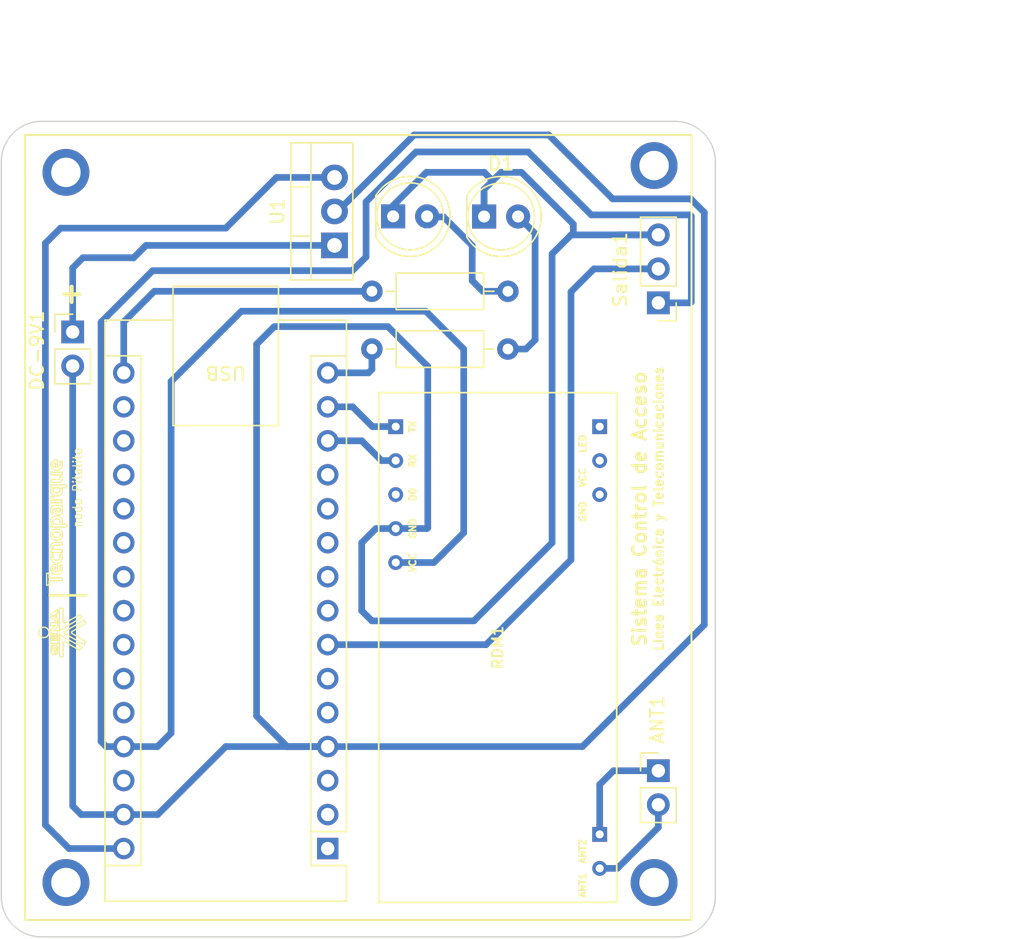
<source format=kicad_pcb>
(kicad_pcb (version 20221018) (generator pcbnew)
  (layers (0 "F.Cu" signal) (31 "B.Cu" signal) (34 "B.Paste" user) (35 "F.Paste" user) (36 "B.SilkS" user "B.Silkscreen") (37 "F.SilkS" user "F.Silkscreen") (38 "B.Mask" user) (39 "F.Mask" user) (44 "Edge.Cuts" user))
  (net 0 "")
  (net 4 "GND")
  (net 5 "LED-ON")
  (net 6 "LED-OFF")
  (net 7 "OUT")
  (net 11 "3V3")
  (net 21 "+5V")
  (net 23 "VIN")
  (net 24 "Net-(D1-A)")
  (net 25 "Net-(D2-A)")
  (net 30 "RX-SERIAL")
  (net 31 "TX-SERIAL")
  (net 36 "Net-(ANT1-Pin_2)")
  (net 37 "Net-(ANT1-Pin_1)")
  (net 38 "Net-(DC-9V1-Pin_1)")
  (footprint "Connector_PinHeader_2.54mm:PinHeader_1x02_P2.54mm_Vertical" (layer "F.Cu") (at 242.125 84.1)
    (fp_text reference "ANT1")
    (fp_text value "Conn_01x02_Pin" hide)
  )
  (footprint "LED_THT:LED_D5.0mm" (layer "F.Cu") (at 222.31 42.66)
    (fp_text reference "D2" hide)
    (fp_text value "LED" hide)
  )
  (footprint "" (layer "F.Cu") (at 197.866 92.456)
    (fp_text reference "" hide)
    (fp_text value "" hide)
  )
  (footprint "LED_THT:LED_D5.0mm" (layer "F.Cu") (at 229.108 42.672)
    (fp_text reference "D1")
    (fp_text value "LED" hide)
  )
  (footprint "" (layer "F.Cu") (at 197.866 39.37)
    (fp_text reference "")
    (fp_text value "")
  )
  (footprint "Module:Arduino_Nano" (layer "F.Cu") (at 217.424 89.916 180)
    (fp_text reference "A1" hide)
    (fp_text value "Arduino_Nano_33_IoT")
  )
  (footprint "RDM6300:RDM6300" (layer "F.Cu") (at 230.124 74.8875 90)
    (fp_text reference "RDM1")
    (fp_text value "RDM6300")
  )
  (footprint "Resistor_THT:R_Axial_DIN0207_L6.3mm_D2.5mm_P10.16mm_Horizontal" (layer "F.Cu") (at 230.886 48.26 180)
    (fp_text reference "R1" hide)
    (fp_text value "220ohm" hide)
  )
  (footprint "Package_TO_SOT_THT:TO-220-3_Vertical" (layer "F.Cu") (at 217.932 44.83 90)
    (fp_text reference "U1")
    (fp_text value "LM7805_TO220")
  )
  (footprint "Connector_PinHeader_2.54mm:PinHeader_1x03_P2.54mm_Vertical" (layer "F.Cu") (at 242.125 49.125 180)
    (fp_text reference "Salida1")
    (fp_text value "Conn_01x03" hide)
  )
  (footprint "Resistor_THT:R_Axial_DIN0207_L6.3mm_D2.5mm_P10.16mm_Horizontal" (layer "F.Cu") (at 220.726 52.578)
    (fp_text reference "R2" hide)
    (fp_text value "220ohm" hide)
  )
  (footprint "Connector_PinHeader_2.54mm:PinHeader_1x02_P2.54mm_Vertical" (layer "F.Cu") (at 198.37 51.303)
    (fp_text reference "DC-9V1")
    (fp_text value "Conn_01x02_Pin" hide)
  )
  (footprint "" (layer "F.Cu") (at 241.808 38.862)
    (fp_text reference "")
    (fp_text value "")
  )
  (footprint "" (layer "F.Cu") (at 241.808 92.456)
    (fp_text reference "")
    (fp_text value "")
  )
  (gr_line (start 197.790686 73.065196) (end 198.879764 72.432054) (stroke (width 0.1)) (layer "F.SilkS"))
  (gr_curve (pts (xy 197.096748 75.17484) (xy 197.116842 75.17484) (xy 197.131748 75.163257) (xy 197.141694 75.140357)) (stroke (width 0.1)) (layer "F.SilkS"))
  (gr_curve (pts (xy 197.024998 64.474863) (xy 196.969792 64.474863) (xy 196.878037 64.497224) (xy 196.878037 64.645876)) (stroke (width 0.1)) (layer "F.SilkS"))
  (gr_curve (pts (xy 197.356936 64.97437) (xy 197.146109 64.97437) (xy 197.037185 64.785758) (xy 197.038905 64.474863)) (stroke (width 0.1)) (layer "F.SilkS"))
  (gr_curve (pts (xy 197.173712 66.886291) (xy 196.897128 66.886291) (xy 196.727723 66.704729) (xy 196.727723 66.450706)) (stroke (width 0.1)) (layer "F.SilkS"))
  (gr_curve (pts (xy 197.156313 75.033497) (xy 197.156313 74.996918) (xy 197.152328 74.968311) (xy 197.144389 74.947676)) (stroke (width 0.1)) (layer "F.SilkS"))
  (gr_curve (pts (xy 197.607692 64.7098) (xy 197.607692 64.879321) (xy 197.48498 64.97437) (xy 197.356936 64.97437)) (stroke (width 0.1)) (layer "F.SilkS"))
  (gr_line (start 196.746755 65.899199) (end 196.746755 65.712483) (stroke (width 0.1)) (layer "F.SilkS"))
  (gr_line (start 197.381013 71.951408) (end 197.649198 71.951408) (stroke (width 0.1)) (layer "F.SilkS"))
  (gr_curve (pts (xy 197.113144 67.237028) (xy 196.992212 67.237028) (xy 196.900538 67.282142) (xy 196.900538 67.39795)) (stroke (width 0.1)) (layer "F.SilkS"))
  (gr_line (start 196.620834 70.98932) (end 199.430092 70.98932) (stroke (width 0.1)) (layer "F.SilkS"))
  (gr_curve (pts (xy 196.926539 67.945841) (xy 196.909285 67.980583) (xy 196.893658 68.030576) (xy 196.893658 68.106592)) (stroke (width 0.1)) (layer "F.SilkS"))
  (gr_curve (pts (xy 197.445222 68.976157) (xy 197.445222 68.877609) (xy 197.429714 68.808466) (xy 197.407127 68.742829)) (stroke (width 0.1)) (layer "F.SilkS"))
  (gr_curve (pts (xy 196.828795 75.046253) (xy 196.828795 75.078957) (xy 196.831977 75.104271) (xy 196.838482 75.122241)) (stroke (width 0.1)) (layer "F.SilkS"))
  (gr_line (start 196.620856 70.937662) (end 196.620856 71.041028) (stroke (width 0.1)) (layer "F.SilkS"))
  (gr_line (start 196.872824 67.598426) (end 196.872824 67.593214) (stroke (width 0.1)) (layer "F.SilkS"))
  (gr_curve (pts (xy 195.820981 73.758987) (xy 195.820981 73.545155) (xy 195.996321 73.371042) (xy 196.211474 73.371042)) (stroke (width 0.1)) (layer "F.SilkS"))
  (gr_curve (pts (xy 196.900538 67.39795) (xy 196.900538 67.482684) (xy 196.96111 67.541389) (xy 197.024998 67.563861)) (stroke (width 0.1)) (layer "F.SilkS"))
  (gr_line (start 197.680929 74.480069) (end 197.663931 74.513836) (stroke (width 0.1)) (layer "F.SilkS"))
  (gr_line (start 196.928376 74.349304) (end 196.928376 73.993636) (stroke (width 0.1)) (layer "F.SilkS"))
  (gr_line (start 197.382991 73.915382) (end 199.076254 74.888396) (stroke (width 0.1)) (layer "F.SilkS"))
  (gr_curve (pts (xy 196.895408 65.480928) (xy 196.895408 65.569044) (xy 196.95939 65.650221) (xy 197.052719 65.672692)) (stroke (width 0.1)) (layer "F.SilkS"))
  (gr_line (start 199.076254 74.888396) (end 198.882 75.095154) (stroke (width 0.1)) (layer "F.SilkS"))
  (gr_curve (pts (xy 197.018124 64.072013) (xy 196.904066 64.072013) (xy 196.820999 64.073675) (xy 196.746755 64.078835)) (stroke (width 0.1)) (layer "F.SilkS"))
  (gr_line (start 196.601514 69.894164) (end 196.601514 70.22621) (stroke (width 0.1)) (layer "F.SilkS"))
  (gr_curve (pts (xy 196.601743 73.758987) (xy 196.601743 73.972942) (xy 196.426403 74.147219) (xy 196.211474 74.147219)) (stroke (width 0.1)) (layer "F.SilkS"))
  (gr_curve (pts (xy 197.219719 75.318849) (xy 197.192545 75.373028) (xy 197.148831 75.400231) (xy 197.088636 75.400231)) (stroke (width 0.1)) (layer "F.SilkS"))
  (gr_line (start 196.734515 73.964571) (end 196.84599 73.964571) (stroke (width 0.1)) (layer "F.SilkS"))
  (gr_line (start 196.734515 73.025066) (end 197.25188 73.025066) (stroke (width 0.1)) (layer "F.SilkS"))
  (gr_curve (pts (xy 197.087346 63.853996) (xy 197.106322 63.857665) (xy 197.128709 63.859209) (xy 197.151268 63.859209)) (stroke (width 0.1)) (layer "F.SilkS"))
  (gr_line (start 199.340913 74.438794) (end 198.33061 73.840569) (stroke (width 0.1)) (layer "F.SilkS"))
  (gr_line (start 196.746755 61.99579) (end 196.746755 61.783103) (stroke (width 0.1)) (layer "F.SilkS"))
  (gr_line (start 199.068458 72.631157) (end 197.381013 73.628568) (stroke (width 0.1)) (layer "F.SilkS"))
  (gr_curve (pts (xy 197.082447 75.172803) (xy 197.088779 75.174153) (xy 197.093681 75.17484) (xy 197.096748 75.17484)) (stroke (width 0.1)) (layer "F.SilkS"))
  (gr_line (start 197.588745 64.072013) (end 197.018124 64.072013) (stroke (width 0.1)) (layer "F.SilkS"))
  (gr_curve (pts (xy 197.026777 65.892319) (xy 196.91616 65.892319) (xy 196.826242 65.895648) (xy 196.746755 65.899199)) (stroke (width 0.1)) (layer "F.SilkS"))
  (gr_line (start 197.255005 61.99579) (end 196.746755 61.99579) (stroke (width 0.1)) (layer "F.SilkS"))
  (gr_line (start 196.857314 62.937937) (end 196.859122 62.93438) (stroke (width 0.1)) (layer "F.SilkS"))
  (gr_line (start 197.588745 61.961049) (end 197.462507 61.971657) (stroke (width 0.1)) (layer "F.SilkS"))
  (gr_line (start 196.746755 64.078835) (end 196.746755 63.895612) (stroke (width 0.1)) (layer "F.SilkS"))
  (gr_curve (pts (xy 197.094226 62.943038) (xy 197.076999 62.943038) (xy 197.057879 62.944812) (xy 197.042346 62.948199)) (stroke (width 0.1)) (layer "F.SilkS"))
  (gr_curve (pts (xy 196.883138 75.390481) (xy 196.832288 75.390481) (xy 196.79339 75.360617) (xy 196.76668 75.300562)) (stroke (width 0.1)) (layer "F.SilkS"))
  (gr_line (start 197.241189 62.5403) (end 196.746755 62.5403) (stroke (width 0.1)) (layer "F.SilkS"))
  (gr_line (start 197.381013 73.628568) (end 197.381013 71.951408) (stroke (width 0.1)) (layer "F.SilkS"))
  (gr_curve (pts (xy 196.76668 75.300562) (xy 196.739904 75.240684) (xy 196.726661 75.152914) (xy 196.726661 75.037365)) (stroke (width 0.1)) (layer "F.SilkS"))
  (gr_line (start 196.746755 62.929108) (end 196.746755 62.723524) (stroke (width 0.1)) (layer "F.SilkS"))
  (gr_line (start 197.25188 73.853466) (end 196.734515 73.853466) (stroke (width 0.1)) (layer "F.SilkS"))
  (gr_curve (pts (xy 196.746755 62.723524) (xy 196.822831 62.726905) (xy 196.902317 62.730345) (xy 196.990515 62.730345)) (stroke (width 0.1)) (layer "F.SilkS"))
  (gr_line (start 197.081643 73.247216) (end 196.734515 73.247216) (stroke (width 0.1)) (layer "F.SilkS"))
  (gr_line (start 197.588745 69.894164) (end 196.601514 69.894164) (stroke (width 0.1)) (layer "F.SilkS"))
  (gr_line (start 197.77687 74.459435) (end 197.747889 74.451691) (stroke (width 0.1)) (layer "F.SilkS"))
  (gr_line (start 196.734515 74.580625) (end 196.734515 73.964571) (stroke (width 0.1)) (layer "F.SilkS"))
  (gr_curve (pts (xy 197.180592 61.641501) (xy 196.947261 61.641501) (xy 196.727723 61.499553) (xy 196.727723 61.229934)) (stroke (width 0.1)) (layer "F.SilkS"))
  (gr_line (start 196.734515 73.560577) (end 197.081643 73.247216) (stroke (width 0.1)) (layer "F.SilkS"))
  (gr_line (start 197.038588 73.993636) (end 197.038588 74.349304) (stroke (width 0.1)) (layer "F.SilkS"))
  (gr_line (start 197.656049 74.556374) (end 197.656049 75.573164) (stroke (width 0.1)) (layer "F.SilkS"))
  (gr_curve (pts (xy 196.957212 74.821121) (xy 196.965554 74.79286) (xy 196.974864 74.768439) (xy 196.98596 74.747798)) (stroke (width 0.1)) (layer "F.SilkS"))
  (gr_curve (pts (xy 197.175547 68.582189) (xy 196.922987 68.582189) (xy 196.727723 68.409345) (xy 196.727723 68.113702)) (stroke (width 0.1)) (layer "F.SilkS"))
  (gr_curve (pts (xy 197.605886 69.00568) (xy 197.605886 69.278798) (xy 197.438285 69.439542) (xy 197.180592 69.439542)) (stroke (width 0.1)) (layer "F.SilkS"))
  (gr_line (start 197.407127 68.742829) (end 197.552255 68.711698) (stroke (width 0.1)) (layer "F.SilkS"))
  (gr_curve (pts (xy 196.878037 64.645876) (xy 196.878037 64.728714) (xy 196.904066 64.815286) (xy 196.940299 64.872383)) (stroke (width 0.1)) (layer "F.SilkS"))
  (gr_curve (pts (xy 196.764067 74.783685) (xy 196.789152 74.728819) (xy 196.827733 74.701133) (xy 196.879528 74.701133)) (stroke (width 0.1)) (layer "F.SilkS"))
  (gr_line (start 197.138914 73.950182) (end 197.25188 73.950182) (stroke (width 0.1)) (layer "F.SilkS"))
  (gr_curve (pts (xy 196.842755 74.950283) (xy 196.833439 74.972098) (xy 196.828795 75.004056) (xy 196.828795 75.046253)) (stroke (width 0.1)) (layer "F.SilkS"))
  (gr_line (start 197.93097 65.679632) (end 197.93097 65.892319) (stroke (width 0.1)) (layer "F.SilkS"))
  (gr_curve (pts (xy 197.29995 62.95347) (xy 197.281003 62.946532) (xy 197.255005 62.943038) (xy 197.234194 62.943038)) (stroke (width 0.1)) (layer "F.SilkS"))
  (gr_curve (pts (xy 197.078631 61.06741) (xy 197.000923 61.065748) (xy 196.872824 61.100431) (xy 196.872824 61.242144)) (stroke (width 0.1)) (layer "F.SilkS"))
  (gr_line (start 196.746755 62.327672) (end 197.20487 62.327672) (stroke (width 0.1)) (layer "F.SilkS"))
  (gr_curve (pts (xy 196.982461 75.335703) (xy 196.970139 75.353737) (xy 196.955721 75.367667) (xy 196.939178 75.376896)) (stroke (width 0.1)) (layer "F.SilkS"))
  (gr_curve (pts (xy 196.727723 63.650073) (xy 196.727723 63.629321) (xy 196.729473 63.617339) (xy 196.732913 63.600086)) (stroke (width 0.1)) (layer "F.SilkS"))
  (gr_curve (pts (xy 197.236028 65.679632) (xy 197.256696 65.679632) (xy 197.275815 65.677912) (xy 197.294791 65.674354)) (stroke (width 0.1)) (layer "F.SilkS"))
  (gr_line (start 196.734515 72.396971) (end 197.25188 72.055116) (stroke (width 0.1)) (layer "F.SilkS"))
  (gr_curve (pts (xy 197.607692 65.439195) (xy 197.607692 65.544734) (xy 197.562718 65.632967) (xy 197.495299 65.676133)) (stroke (width 0.1)) (layer "F.SilkS"))
  (gr_line (start 197.25188 72.313042) (end 197.158578 72.364977) (stroke (width 0.1)) (layer "F.SilkS"))
  (gr_curve (pts (xy 196.876317 65.698723) (xy 196.781327 65.63629) (xy 196.727723 65.537854) (xy 196.727723 65.409954)) (stroke (width 0.1)) (layer "F.SilkS"))
  (gr_curve (pts (xy 196.939178 75.376896) (xy 196.922752 75.386042) (xy 196.90372 75.390481) (xy 196.883138 75.390481)) (stroke (width 0.1)) (layer "F.SilkS"))
  (gr_curve (pts (xy 197.180592 63.560184) (xy 196.872824 63.560184) (xy 196.727723 63.3632) (xy 196.727723 63.183358)) (stroke (width 0.1)) (layer "F.SilkS"))
  (gr_curve (pts (xy 197.607692 62.248039) (xy 197.607692 62.400248) (xy 197.516051 62.5403) (xy 197.241189 62.5403)) (stroke (width 0.1)) (layer "F.SilkS"))
  (gr_line (start 197.078631 69.235515) (end 197.078631 68.865569) (stroke (width 0.1)) (layer "F.SilkS"))
  (gr_line (start 196.423451 69.346155) (end 196.601514 69.346155) (stroke (width 0.1)) (layer "F.SilkS"))
  (gr_line (start 197.25188 72.779698) (end 197.25188 73.011652) (stroke (width 0.1)) (layer "F.SilkS"))
  (gr_line (start 196.746755 62.5403) (end 196.746755 62.327672) (stroke (width 0.1)) (layer "F.SilkS"))
  (gr_line (start 197.045527 72.427181) (end 196.857514 72.537998) (stroke (width 0.1)) (layer "F.SilkS"))
  (gr_line (start 196.940299 64.872383) (end 196.802049 64.913834) (stroke (width 0.1)) (layer "F.SilkS"))
  (gr_curve (pts (xy 196.881565 66.455809) (xy 196.881565 66.606292) (xy 197.028585 66.666664) (xy 197.168524 66.666664)) (stroke (width 0.1)) (layer "F.SilkS"))
  (gr_curve (pts (xy 197.168524 66.666664) (xy 197.331052 66.666664) (xy 197.453821 66.585487) (xy 197.453821 66.45747)) (stroke (width 0.1)) (layer "F.SilkS"))
  (gr_line (start 197.138914 74.349304) (end 197.138914 73.950182) (stroke (width 0.1)) (layer "F.SilkS"))
  (gr_line (start 197.045527 72.65512) (end 197.045527 72.427181) (stroke (width 0.1)) (layer "F.SilkS"))
  (gr_curve (pts (xy 196.727723 66.450706) (xy 196.727723 66.199891) (xy 196.904066 66.032259) (xy 197.159954 66.032259)) (stroke (width 0.1)) (layer "F.SilkS"))
  (gr_curve (pts (xy 196.86666 75.148728) (xy 196.888099 75.148728) (xy 196.906561 75.101577) (xy 196.921807 75.007326)) (stroke (width 0.1)) (layer "F.SilkS"))
  (gr_line (start 197.806996 74.474915) (end 197.77687 74.459435) (stroke (width 0.1)) (layer "F.SilkS"))
  (gr_line (start 197.234194 62.943038) (end 197.094226 62.943038) (stroke (width 0.1)) (layer "F.SilkS"))
  (gr_curve (pts (xy 196.727723 63.183358) (xy 196.727723 63.065779) (xy 196.779518 62.982882) (xy 196.857314 62.937937)) (stroke (width 0.1)) (layer "F.SilkS"))
  (gr_line (start 197.700335 73.062731) (end 197.731694 73.073104) (stroke (width 0.1)) (layer "F.SilkS"))
  (gr_line (start 197.588745 61.776163) (end 197.588745 61.961049) (stroke (width 0.1)) (layer "F.SilkS"))
  (gr_curve (pts (xy 197.078631 68.865569) (xy 197.000923 68.863849) (xy 196.872824 68.898361) (xy 196.872824 69.040133)) (stroke (width 0.1)) (layer "F.SilkS"))
  (gr_line (start 197.038588 74.349304) (end 197.138914 74.349304) (stroke (width 0.1)) (layer "F.SilkS"))
  (gr_line (start 196.746755 65.712483) (end 196.876317 65.702045) (stroke (width 0.1)) (layer "F.SilkS"))
  (gr_line (start 197.588745 64.248069) (end 197.588745 64.44018) (stroke (width 0.1)) (layer "F.SilkS"))
  (gr_line (start 198.33061 73.685377) (end 199.340913 73.081933) (stroke (width 0.1)) (layer "F.SilkS"))
  (gr_line (start 197.495299 65.679632) (end 197.93097 65.679632) (stroke (width 0.1)) (layer "F.SilkS"))
  (gr_line (start 199.430108 70.937662) (end 196.620856 70.937662) (stroke (width 0.1)) (layer "F.SilkS"))
  (gr_curve (pts (xy 196.931669 63.600086) (xy 196.928229 63.619001) (xy 196.926539 63.638091) (xy 196.926539 63.663945)) (stroke (width 0.1)) (layer "F.SilkS"))
  (gr_line (start 196.734515 73.853466) (end 196.734515 73.560577) (stroke (width 0.1)) (layer "F.SilkS"))
  (gr_line (start 197.09242 67.574293) (end 197.588745 67.574293) (stroke (width 0.1)) (layer "F.SilkS"))
  (gr_curve (pts (xy 197.438285 68.106592) (xy 197.438285 68.034016) (xy 197.422749 67.980583) (xy 197.405349 67.93902)) (stroke (width 0.1)) (layer "F.SilkS"))
  (gr_line (start 196.885574 74.701133) (end 196.885574 74.91749) (stroke (width 0.1)) (layer "F.SilkS"))
  (gr_curve (pts (xy 197.141694 75.140357) (xy 197.151497 75.117198) (xy 197.156313 75.081711) (xy 197.156313 75.033497)) (stroke (width 0.1)) (layer "F.SilkS"))
  (gr_line (start 197.083878 64.262) (end 197.386459 64.262) (stroke (width 0.1)) (layer "F.SilkS"))
  (gr_curve (pts (xy 197.605886 68.148155) (xy 197.605886 68.410895) (xy 197.436594 68.582189) (xy 197.175547 68.582189)) (stroke (width 0.1)) (layer "F.SilkS"))
  (gr_line (start 197.588745 64.44018) (end 197.495299 64.455772) (stroke (width 0.1)) (layer "F.SilkS"))
  (gr_curve (pts (xy 196.727723 61.229934) (xy 196.727723 60.956651) (xy 196.952568 60.866927) (xy 197.13748 60.866927)) (stroke (width 0.1)) (layer "F.SilkS"))
  (gr_line (start 196.859122 62.93438) (end 196.746755 62.929108) (stroke (width 0.1)) (layer "F.SilkS"))
  (gr_curve (pts (xy 197.156428 65.055494) (xy 197.460729 65.055494) (xy 197.607692 65.24743) (xy 197.607692 65.439195)) (stroke (width 0.1)) (layer "F.SilkS"))
  (gr_line (start 197.659689 73.008499) (end 197.674107 73.038192) (stroke (width 0.1)) (layer "F.SilkS"))
  (gr_line (start 197.081009 75.400231) (end 197.081009 75.172803) (stroke (width 0.1)) (layer "F.SilkS"))
  (gr_line (start 197.93097 65.892319) (end 197.026777 65.892319) (stroke (width 0.1)) (layer "F.SilkS"))
  (gr_line (start 197.08898 67.024511) (end 197.588745 67.024511) (stroke (width 0.1)) (layer "F.SilkS"))
  (gr_curve (pts (xy 197.227257 61.437408) (xy 197.379408 61.432248) (xy 197.445222 61.314668) (xy 197.445222 61.178109)) (stroke (width 0.1)) (layer "F.SilkS"))
  (gr_line (start 196.732913 63.600086) (end 196.931669 63.600086) (stroke (width 0.1)) (layer "F.SilkS"))
  (gr_line (start 197.088636 75.400231) (end 197.081009 75.400231) (stroke (width 0.1)) (layer "F.SilkS"))
  (gr_curve (pts (xy 197.562718 67.909609) (xy 197.583499 67.954612) (xy 197.605886 68.042669) (xy 197.605886 68.148155)) (stroke (width 0.1)) (layer "F.SilkS"))
  (gr_rect (start 194.818 36.576) (end 244.602 95.25) (stroke (width 0.15)) (fill none) (layer "F.SilkS"))
  (gr_line (start 197.588745 67.237028) (end 197.113144 67.237028) (stroke (width 0.1)) (layer "F.SilkS"))
  (gr_line (start 197.227257 68.671966) (end 197.227257 69.235515) (stroke (width 0.1)) (layer "F.SilkS"))
  (gr_line (start 197.588745 67.024511) (end 197.588745 67.237028) (stroke (width 0.1)) (layer "F.SilkS"))
  (gr_line (start 198.33061 73.840569) (end 198.307363 73.822453) (stroke (width 0.1)) (layer "F.SilkS"))
  (gr_line (start 197.25188 74.580625) (end 196.734515 74.580625) (stroke (width 0.1)) (layer "F.SilkS"))
  (gr_line (start 197.588745 67.786927) (end 196.997395 67.786927) (stroke (width 0.1)) (layer "F.SilkS"))
  (gr_curve (pts (xy 197.607692 66.464409) (xy 197.607692 66.701347) (xy 197.445222 66.886291) (xy 197.173712 66.886291)) (stroke (width 0.1)) (layer "F.SilkS"))
  (gr_curve (pts (xy 197.336297 61.783103) (xy 197.436594 61.783103) (xy 197.51952 61.779663) (xy 197.588745 61.776163)) (stroke (width 0.1)) (layer "F.SilkS"))
  (gr_curve (pts (xy 197.443502 65.485977) (xy 197.443502 65.351138) (xy 197.331052 65.271621) (xy 197.165142 65.271621)) (stroke (width 0.1)) (layer "F.SilkS"))
  (gr_line (start 196.990515 62.730345) (end 197.93097 62.730345) (stroke (width 0.1)) (layer "F.SilkS"))
  (gr_curve (pts (xy 196.727723 65.409954) (xy 196.727723 65.21624) (xy 196.893658 65.055494) (xy 197.156428 65.055494)) (stroke (width 0.1)) (layer "F.SilkS"))
  (gr_curve (pts (xy 197.339708 64.474863) (xy 197.324172 64.46965) (xy 197.308578 64.46965) (xy 197.293071 64.46965)) (stroke (width 0.1)) (layer "F.SilkS"))
  (gr_curve (pts (xy 196.895408 63.129814) (xy 196.895408 63.268203) (xy 197.011185 63.344167) (xy 197.170301 63.344167)) (stroke (width 0.1)) (layer "F.SilkS"))
  (gr_line (start 196.879528 74.701133) (end 196.885574 74.701133) (stroke (width 0.1)) (layer "F.SilkS"))
  (gr_line (start 197.695405 74.465968) (end 197.680929 74.480069) (stroke (width 0.1)) (layer "F.SilkS"))
  (gr_curve (pts (xy 197.17718 64.46965) (xy 197.175547 64.619905) (xy 197.20659 64.763344) (xy 197.334491 64.763344)) (stroke (width 0.1)) (layer "F.SilkS"))
  (gr_line (start 196.601514 69.681471) (end 197.588745 69.681471) (stroke (width 0.1)) (layer "F.SilkS"))
  (gr_line (start 196.857514 72.537998) (end 197.045527 72.65512) (stroke (width 0.1)) (layer "F.SilkS"))
  (gr_line (start 197.407127 60.944722) (end 197.552255 60.913539) (stroke (width 0.1)) (layer "F.SilkS"))
  (gr_curve (pts (xy 197.495299 64.460821) (xy 197.560998 64.510983) (xy 197.607692 64.599212) (xy 197.607692 64.7098)) (stroke (width 0.1)) (layer "F.SilkS"))
  (gr_curve (pts (xy 197.440005 63.135033) (xy 197.440005 63.048578) (xy 197.384597 62.977663) (xy 197.29995 62.95347)) (stroke (width 0.1)) (layer "F.SilkS"))
  (gr_line (start 197.656049 75.573164) (end 197.382991 75.573164) (stroke (width 0.1)) (layer "F.SilkS"))
  (gr_line (start 197.25188 73.328564) (end 196.903462 73.631774) (stroke (width 0.1)) (layer "F.SilkS"))
  (gr_line (start 196.885574 74.91749) (end 196.883138 74.91749) (stroke (width 0.1)) (layer "F.SilkS"))
  (gr_line (start 197.106322 65.679632) (end 197.236028 65.679632) (stroke (width 0.1)) (layer "F.SilkS"))
  (gr_line (start 198.294377 73.796423) (end 198.288043 73.763061) (stroke (width 0.1)) (layer "F.SilkS"))
  (gr_line (start 197.649198 71.951408) (end 197.649198 72.976165) (stroke (width 0.1)) (layer "F.SilkS"))
  (gr_curve (pts (xy 197.144389 74.947676) (xy 197.136334 74.926948) (xy 197.125126 74.916404) (xy 197.111081 74.916404)) (stroke (width 0.1)) (layer "F.SilkS"))
  (gr_curve (pts (xy 197.320704 62.007772) (xy 197.303419 61.99923) (xy 197.27914 61.99579) (xy 197.255005 61.99579)) (stroke (width 0.1)) (layer "F.SilkS"))
  (gr_line (start 197.25188 73.011652) (end 196.734515 72.653459) (stroke (width 0.1)) (layer "F.SilkS"))
  (gr_curve (pts (xy 197.055701 75.061159) (xy 197.054697 75.066548) (xy 197.053376 75.074085) (xy 197.051774 75.084147)) (stroke (width 0.1)) (layer "F.SilkS"))
  (gr_curve (pts (xy 197.607692 63.207498) (xy 197.607692 63.397713) (xy 197.443502 63.560184) (xy 197.180592 63.560184)) (stroke (width 0.1)) (layer "F.SilkS"))
  (gr_curve (pts (xy 197.024998 67.563861) (xy 197.042346 67.570793) (xy 197.068199 67.574293) (xy 197.09242 67.574293)) (stroke (width 0.1)) (layer "F.SilkS"))
  (gr_line (start 197.405349 67.93902) (end 197.562718 67.909609) (stroke (width 0.1)) (layer "F.SilkS"))
  (gr_line (start 197.663931 74.513836) (end 197.656049 74.556374) (stroke (width 0.1)) (layer "F.SilkS"))
  (gr_line (start 197.293071 64.46965) (end 197.17718 64.46965) (stroke (width 0.1)) (layer "F.SilkS"))
  (gr_line (start 196.620856 71.041028) (end 199.430108 71.041028) (stroke (width 0.1)) (layer "F.SilkS"))
  (gr_curve (pts (xy 196.921807 75.007326) (xy 196.924449 74.98921) (xy 196.926656 74.974932) (xy 196.928229 74.96473)) (stroke (width 0.1)) (layer "F.SilkS"))
  (gr_line (start 197.649198 72.976165) (end 197.659689 73.008499) (stroke (width 0.1)) (layer "F.SilkS"))
  (gr_curve (pts (xy 196.893658 68.106592) (xy 196.893658 68.269293) (xy 197.012905 68.366062) (xy 197.166776 68.36423)) (stroke (width 0.1)) (layer "F.SilkS"))
  (gr_line (start 198.309969 73.70229) (end 198.33061 73.685377) (stroke (width 0.1)) (layer "F.SilkS"))
  (gr_curve (pts (xy 196.211474 74.147219) (xy 195.996321 74.147219) (xy 195.820981 73.972942) (xy 195.820981 73.758987)) (stroke (width 0.1)) (layer "F.SilkS"))
  (gr_line (start 197.760473 73.073104) (end 197.790686 73.065196) (stroke (width 0.1)) (layer "F.SilkS"))
  (gr_line (start 196.734515 72.653459) (end 196.734515 72.396971) (stroke (width 0.1)) (layer "F.SilkS"))
  (gr_curve (pts (xy 197.334491 64.763344) (xy 197.417503 64.763344) (xy 197.455541 64.7098) (xy 197.455541 64.642436)) (stroke (width 0.1)) (layer "F.SilkS"))
  (gr_curve (pts (xy 196.926539 63.663945) (xy 196.926539 63.764101) (xy 196.990515 63.835075) (xy 197.087346 63.853996)) (stroke (width 0.1)) (layer "F.SilkS"))
  (gr_line (start 197.151268 63.859209) (end 197.588745 63.859209) (stroke (width 0.1)) (layer "F.SilkS"))
  (gr_curve (pts (xy 196.211474 73.371042) (xy 196.426403 73.371042) (xy 196.601743 73.545155) (xy 196.601743 73.758987)) (stroke (width 0.1)) (layer "F.SilkS"))
  (gr_line (start 196.876317 65.702045) (end 196.876317 65.698723) (stroke (width 0.1)) (layer "F.SilkS"))
  (gr_line (start 196.765676 67.907889) (end 196.926539 67.945841) (stroke (width 0.1)) (layer "F.SilkS"))
  (gr_curve (pts (xy 197.386459 64.262) (xy 197.462507 64.262) (xy 197.536862 64.258618) (xy 197.588745 64.248069)) (stroke (width 0.1)) (layer "F.SilkS"))
  (gr_line (start 197.25188 72.055116) (end 197.25188 72.313042) (stroke (width 0.1)) (layer "F.SilkS"))
  (gr_curve (pts (xy 196.727723 67.323653) (xy 196.727723 67.176603) (xy 196.822831 67.024511) (xy 197.08898 67.024511)) (stroke (width 0.1)) (layer "F.SilkS"))
  (gr_line (start 197.078631 61.437408) (end 197.078631 61.06741) (stroke (width 0.1)) (layer "F.SilkS"))
  (gr_curve (pts (xy 197.165142 66.251833) (xy 197.033745 66.251833) (xy 196.881565 66.310591) (xy 196.881565 66.455809)) (stroke (width 0.1)) (layer "F.SilkS"))
  (gr_line (start 197.747889 74.451691) (end 197.713808 74.455537) (stroke (width 0.1)) (layer "F.SilkS"))
  (gr_line (start 196.601514 69.346155) (end 196.601514 69.681471) (stroke (width 0.1)) (layer "F.SilkS"))
  (gr_line (start 197.588745 69.681471) (end 197.588745 69.894164) (stroke (width 0.1)) (layer "F.SilkS"))
  (gr_curve (pts (xy 196.727723 69.02804) (xy 196.727723 68.754751) (xy 196.952568 68.665033) (xy 197.13748 68.665033)) (stroke (width 0.1)) (layer "F.SilkS"))
  (gr_line (start 197.25188 73.950182) (end 197.25188 74.580625) (stroke (width 0.1)) (layer "F.SilkS"))
  (gr_curve (pts (xy 197.180592 69.439542) (xy 196.947261 69.439542) (xy 196.727723 69.297829) (xy 196.727723 69.02804)) (stroke (width 0.1)) (layer "F.SilkS"))
  (gr_line (start 197.25188 73.631774) (end 197.25188 73.853466) (stroke (width 0.1)) (layer "F.SilkS"))
  (gr_line (start 197.667916 73.768221) (end 199.220786 74.681638) (stroke (width 0.1)) (layer "F.SilkS"))
  (gr_line (start 196.84599 73.964571) (end 196.84599 74.349304) (stroke (width 0.1)) (layer "F.SilkS"))
  (gr_curve (pts (xy 197.605886 61.207462) (xy 197.605886 61.48058) (xy 197.438285 61.641501) (xy 197.180592 61.641501)) (stroke (width 0.1)) (layer "F.SilkS"))
  (gr_line (start 197.227257 60.873753) (end 197.227257 61.437408) (stroke (width 0.1)) (layer "F.SilkS"))
  (gr_line (start 196.928376 73.993636) (end 197.038588 73.993636) (stroke (width 0.1)) (layer "F.SilkS"))
  (gr_curve (pts (xy 196.838482 75.122241) (xy 196.845191 75.139929) (xy 196.854531 75.148728) (xy 196.86666 75.148728)) (stroke (width 0.1)) (layer "F.SilkS"))
  (gr_line (start 197.382991 75.573164) (end 197.382991 73.915382) (stroke (width 0.1)) (layer "F.SilkS"))
  (gr_curve (pts (xy 197.096748 74.675503) (xy 197.14929 74.675503) (xy 197.189707 74.708184) (xy 197.217999 74.773311)) (stroke (width 0.1)) (layer "F.SilkS"))
  (gr_curve (pts (xy 196.726661 75.037365) (xy 196.726661 74.923279) (xy 196.73913 74.83872) (xy 196.764067 74.783685)) (stroke (width 0.1)) (layer "F.SilkS"))
  (gr_line (start 197.588745 67.574293) (end 197.588745 67.786927) (stroke (width 0.1)) (layer "F.SilkS"))
  (gr_curve (pts (xy 197.434788 62.170413) (xy 197.434788 62.083847) (xy 197.376026 62.028583) (xy 197.320704 62.007772)) (stroke (width 0.1)) (layer "F.SilkS"))
  (gr_curve (pts (xy 197.13748 68.665033) (xy 197.177267 68.665033) (xy 197.20831 68.668474) (xy 197.227257 68.671966)) (stroke (width 0.1)) (layer "F.SilkS"))
  (gr_line (start 197.674107 73.038192) (end 197.700335 73.062731) (stroke (width 0.1)) (layer "F.SilkS"))
  (gr_line (start 197.158578 72.723858) (end 197.25188 72.779698) (stroke (width 0.1)) (layer "F.SilkS"))
  (gr_curve (pts (xy 197.462507 61.976757) (xy 197.521212 62.012873) (xy 197.607692 62.096117) (xy 197.607692 62.248039)) (stroke (width 0.1)) (layer "F.SilkS"))
  (gr_curve (pts (xy 196.905787 63.881681) (xy 196.78823 63.840235) (xy 196.727723 63.741629) (xy 196.727723 63.650073)) (stroke (width 0.1)) (layer "F.SilkS"))
  (gr_curve (pts (xy 197.552255 60.913539) (xy 197.583499 60.986285) (xy 197.605886 61.086441) (xy 197.605886 61.207462)) (stroke (width 0.1)) (layer "F.SilkS"))
  (gr_line (start 197.038905 64.474863) (end 197.024998 64.474863) (stroke (width 0.1)) (layer "F.SilkS"))
  (gr_curve (pts (xy 197.111081 74.916404) (xy 197.089869 74.916404) (xy 197.072614 74.957509) (xy 197.0592 75.039514)) (stroke (width 0.1)) (layer "F.SilkS"))
  (gr_line (start 196.746755 67.608805) (end 196.872824 67.598426) (stroke (width 0.1)) (layer "F.SilkS"))
  (gr_curve (pts (xy 197.165142 65.271621) (xy 197.016375 65.271621) (xy 196.895408 65.344199) (xy 196.895408 65.480928)) (stroke (width 0.1)) (layer "F.SilkS"))
  (gr_line (start 199.220786 74.681638) (end 199.340913 74.438794) (stroke (width 0.1)) (layer "F.SilkS"))
  (gr_line (start 197.158578 72.364977) (end 197.158578 72.723858) (stroke (width 0.1)) (layer "F.SilkS"))
  (gr_line (start 196.746755 63.895612) (end 196.905787 63.8869) (stroke (width 0.1)) (layer "F.SilkS"))
  (gr_curve (pts (xy 197.20487 62.327672) (xy 197.344839 62.327672) (xy 197.434788 62.282722) (xy 197.434788 62.170413)) (stroke (width 0.1)) (layer "F.SilkS"))
  (gr_curve (pts (xy 197.217999 74.773311) (xy 197.246376 74.838949) (xy 197.26068 74.932912) (xy 197.26068 75.055482)) (stroke (width 0.1)) (layer "F.SilkS"))
  (gr_line (start 197.495299 65.676133) (end 197.495299 65.679632) (stroke (width 0.1)) (layer "F.SilkS"))
  (gr_curve (pts (xy 197.051774 75.084147) (xy 197.030564 75.21483) (xy 197.007487 75.298555) (xy 196.982461 75.335703)) (stroke (width 0.1)) (layer "F.SilkS"))
  (gr_line (start 196.903462 73.631774) (end 197.25188 73.631774) (stroke (width 0.1)) (layer "F.SilkS"))
  (gr_curve (pts (xy 197.13748 60.866927) (xy 197.177267 60.866927) (xy 197.20831 60.870426) (xy 197.227257 60.873753)) (stroke (width 0.1)) (layer "F.SilkS"))
  (gr_curve (pts (xy 197.170301 63.344167) (xy 197.324172 63.344167) (xy 197.440005 63.269872) (xy 197.440005 63.135033)) (stroke (width 0.1)) (layer "F.SilkS"))
  (gr_curve (pts (xy 196.727723 68.113702) (xy 196.727723 68.035735) (xy 196.745006 67.95622) (xy 196.765676 67.907889)) (stroke (width 0.1)) (layer "F.SilkS"))
  (gr_line (start 196.423451 70.22621) (end 196.423451 69.346155) (stroke (width 0.1)) (layer "F.SilkS"))
  (gr_line (start 198.882 75.095154) (end 197.806996 74.474915) (stroke (width 0.1)) (layer "F.SilkS"))
  (gr_line (start 196.84599 74.349304) (end 196.928376 74.349304) (stroke (width 0.1)) (layer "F.SilkS"))
  (gr_curve (pts (xy 196.872824 61.242144) (xy 196.872824 61.373484) (xy 196.992212 61.428755) (xy 197.078631 61.437408)) (stroke (width 0.1)) (layer "F.SilkS"))
  (gr_line (start 197.713808 74.455537) (end 197.695405 74.465968) (stroke (width 0.1)) (layer "F.SilkS"))
  (gr_line (start 197.462507 61.971657) (end 197.462507 61.976757) (stroke (width 0.1)) (layer "F.SilkS"))
  (gr_line (start 197.93097 62.943038) (end 197.47294 62.943038) (stroke (width 0.1)) (layer "F.SilkS"))
  (gr_curve (pts (xy 197.0592 75.039514) (xy 197.057621 75.049259) (xy 197.056417 75.056486) (xy 197.055701 75.061159)) (stroke (width 0.1)) (layer "F.SilkS"))
  (gr_curve (pts (xy 197.455541 64.642436) (xy 197.455541 64.555987) (xy 197.400219 64.495386) (xy 197.339708 64.474863)) (stroke (width 0.1)) (layer "F.SilkS"))
  (gr_line (start 198.307363 73.822453) (end 198.294377 73.796423) (stroke (width 0.1)) (layer "F.SilkS"))
  (gr_curve (pts (xy 196.997395 67.786927) (xy 196.900538 67.786927) (xy 196.819279 67.79042) (xy 196.746755 67.793749)) (stroke (width 0.1)) (layer "F.SilkS"))
  (gr_line (start 197.081009 75.172803) (end 197.082447 75.172803) (stroke (width 0.1)) (layer "F.SilkS"))
  (gr_line (start 199.340913 73.081933) (end 199.211898 72.833988) (stroke (width 0.1)) (layer "F.SilkS"))
  (gr_curve (pts (xy 196.872824 67.593214) (xy 196.80718 67.555143) (xy 196.727723 67.463705) (xy 196.727723 67.323653)) (stroke (width 0.1)) (layer "F.SilkS"))
  (gr_curve (pts (xy 196.98596 74.747798) (xy 196.998458 74.724751) (xy 197.014338 74.706693) (xy 197.033487 74.694365)) (stroke (width 0.1)) (layer "F.SilkS"))
  (gr_curve (pts (xy 196.727723 64.609532) (xy 196.727723 64.339854) (xy 196.898906 64.262) (xy 197.083878 64.262)) (stroke (width 0.1)) (layer "F.SilkS"))
  (gr_line (start 197.495299 64.455772) (end 197.495299 64.460821) (stroke (width 0.1)) (layer "F.SilkS"))
  (gr_curve (pts (xy 197.227257 69.235515) (xy 197.379408 69.230354) (xy 197.445222 69.112769) (xy 197.445222 68.976157)) (stroke (width 0.1)) (layer "F.SilkS"))
  (gr_curve (pts (xy 197.052719 65.672692) (xy 197.07006 65.676133) (xy 197.08898 65.679632) (xy 197.106322 65.679632)) (stroke (width 0.1)) (layer "F.SilkS"))
  (gr_line (start 196.601514 70.22621) (end 196.423451 70.22621) (stroke (width 0.1)) (layer "F.SilkS"))
  (gr_curve (pts (xy 196.872824 69.040133) (xy 196.872824 69.17165) (xy 196.992212 69.226967) (xy 197.078631 69.235515)) (stroke (width 0.1)) (layer "F.SilkS"))
  (gr_curve (pts (xy 197.445222 61.178109) (xy 197.445222 61.079503) (xy 197.429714 61.010535) (xy 197.407127 60.944722)) (stroke (width 0.1)) (layer "F.SilkS"))
  (gr_curve (pts (xy 197.26068 75.055482) (xy 197.26068 75.176759) (xy 197.246979 75.264588) (xy 197.219719 75.318849)) (stroke (width 0.1)) (layer "F.SilkS"))
  (gr_curve (pts (xy 197.042346 62.948199) (xy 196.96283 62.967172) (xy 196.895408 63.034706) (xy 196.895408 63.129814)) (stroke (width 0.1)) (layer "F.SilkS"))
  (gr_line (start 197.25188 73.025066) (end 197.25188 73.328564) (stroke (width 0.1)) (layer "F.SilkS"))
  (gr_curve (pts (xy 197.166776 68.36423) (xy 197.339708 68.36423) (xy 197.438285 68.251863) (xy 197.438285 68.106592)) (stroke (width 0.1)) (layer "F.SilkS"))
  (gr_curve (pts (xy 197.159954 66.032259) (xy 197.469329 66.032259) (xy 197.607692 66.250112) (xy 197.607692 66.464409)) (stroke (width 0.1)) (layer "F.SilkS"))
  (gr_line (start 196.746755 67.793749) (end 196.746755 67.608805) (stroke (width 0.1)) (layer "F.SilkS"))
  (gr_curve (pts (xy 196.928229 74.96473) (xy 196.939524 74.897625) (xy 196.94924 74.849786) (xy 196.957212 74.821121)) (stroke (width 0.1)) (layer "F.SilkS"))
  (gr_curve (pts (xy 197.453821 66.45747) (xy 197.453821 66.336503) (xy 197.336297 66.251833) (xy 197.165142 66.251833)) (stroke (width 0.1)) (layer "F.SilkS"))
  (gr_line (start 196.746755 61.783103) (end 197.336297 61.783103) (stroke (width 0.1)) (layer "F.SilkS"))
  (gr_line (start 198.879764 72.432054) (end 199.068458 72.631157) (stroke (width 0.1)) (layer "F.SilkS"))
  (gr_line (start 196.734515 73.247216) (end 196.734515 73.025066) (stroke (width 0.1)) (layer "F.SilkS"))
  (gr_line (start 199.211898 72.833988) (end 197.667916 73.768221) (stroke (width 0.1)) (layer "F.SilkS"))
  (gr_line (start 197.47294 62.943038) (end 197.47294 62.946532) (stroke (width 0.1)) (layer "F.SilkS"))
  (gr_curve (pts (xy 197.294791 65.674354) (xy 197.381272 65.652058) (xy 197.443502 65.577644) (xy 197.443502 65.485977)) (stroke (width 0.1)) (layer "F.SilkS"))
  (gr_line (start 197.93097 62.730345) (end 197.93097 62.943038) (stroke (width 0.1)) (layer "F.SilkS"))
  (gr_line (start 199.430108 71.041028) (end 199.430108 70.937662) (stroke (width 0.1)) (layer "F.SilkS"))
  (gr_curve (pts (xy 197.033487 74.694365) (xy 197.052836 74.681755) (xy 197.073788 74.675503) (xy 197.096748 74.675503)) (stroke (width 0.1)) (layer "F.SilkS"))
  (gr_curve (pts (xy 197.552255 68.711698) (xy 197.583499 68.784275) (xy 197.605886 68.884601) (xy 197.605886 69.00568)) (stroke (width 0.1)) (layer "F.SilkS"))
  (gr_curve (pts (xy 196.802049 64.913834) (xy 196.763926 64.851513) (xy 196.727723 64.742645) (xy 196.727723 64.609532)) (stroke (width 0.1)) (layer "F.SilkS"))
  (gr_line (start 197.588745 63.859209) (end 197.588745 64.072013) (stroke (width 0.1)) (layer "F.SilkS"))
  (gr_line (start 197.731694 73.073104) (end 197.760473 73.073104) (stroke (width 0.1)) (layer "F.SilkS"))
  (gr_line (start 196.905787 63.8869) (end 196.905787 63.881681) (stroke (width 0.1)) (layer "F.SilkS"))
  (gr_curve (pts (xy 197.47294 62.946532) (xy 197.554089 62.996753) (xy 197.607692 63.084699) (xy 197.607692 63.207498)) (stroke (width 0.1)) (layer "F.SilkS"))
  (gr_line (start 198.294377 73.725455) (end 198.309969 73.70229) (stroke (width 0.1)) (layer "F.SilkS"))
  (gr_line (start 198.288043 73.763061) (end 198.294377 73.725455) (stroke (width 0.1)) (layer "F.SilkS"))
  (gr_curve (pts (xy 196.883138 74.91749) (xy 196.865257 74.91749) (xy 196.851896 74.928298) (xy 196.842755 74.950283)) (stroke (width 0.1)) (layer "F.SilkS"))
  (gr_line (start 196.04 35.56) (end 243.38 35.56) (stroke (width 0.1)) (layer "Edge.Cuts"))
  (gr_line (start 193.04 93.52) (end 193.04 38.56) (stroke (width 0.1)) (layer "Edge.Cuts"))
  (gr_arc (start 246.38 93.52) (mid 245.50132 95.64132) (end 243.38 96.52) (stroke (width 0.1)) (layer "Edge.Cuts"))
  (gr_arc (start 193.04 38.56) (mid 193.91868 36.43868) (end 196.04 35.56) (stroke (width 0.1)) (layer "Edge.Cuts"))
  (gr_line (start 246.38 38.56) (end 246.38 93.52) (stroke (width 0.1)) (layer "Edge.Cuts"))
  (gr_line (start 243.38 96.52) (end 196.04 96.52) (stroke (width 0.1)) (layer "Edge.Cuts"))
  (gr_arc (start 196.04 96.52) (mid 193.91868 95.64132) (end 193.04 93.52) (stroke (width 0.1)) (layer "Edge.Cuts"))
  (gr_arc (start 243.38 35.56) (mid 245.50132 36.43868) (end 246.38 38.56) (stroke (width 0.1)) (layer "Edge.Cuts"))
  (gr_text "Sistema Control de Acceso" (at 241.3 74.93 90) (layer "F.SilkS") (effects (font (size 1 1) (thickness 0.2) bold) (justify left bottom)))
  (gr_text "+\n" (at 199.42 49.26) (layer "F.SilkS") (effects (font (size 1.5 1.5) (thickness 0.3) bold) (justify left bottom mirror)))
  (gr_text "nodo Pitalito" (at 199.119622 65.980851 90) (layer "F.SilkS") (effects (font (size 0.677407 0.609666) (thickness 0.084675)) (justify left bottom)))
  (gr_text "Linea Electrónica y Telecomunicaciones" (at 242.558 75.239757 90) (layer "F.SilkS") (effects (font (size 0.7 0.7)) (justify left bottom)))
  (segment (start 223.874 36.576) (end 233.934 36.576) (width 0.5) (layer "B.Cu") (net 4))
  (segment (start 245.56 42.37) (end 245.56 73.19) (width 0.5) (layer "B.Cu") (net 4))
  (segment (start 244.54 41.35) (end 245.56 42.37) (width 0.5) (layer "B.Cu") (net 4))
  (segment (start 198.37 86.74) (end 199.006 87.376) (width 0.5) (layer "B.Cu") (net 4))
  (segment (start 229.108 40.64) (end 229.108 42.672) (width 0.5) (layer "B.Cu") (net 4))
  (segment (start 209.804 82.296) (end 217.424 82.296) (width 0.5) (layer "B.Cu") (net 4))
  (segment (start 231.902 39.37) (end 230.378 39.37) (width 0.5) (layer "B.Cu") (net 4))
  (segment (start 214.396 82.296) (end 212.11 80.01) (width 0.5) (layer "B.Cu") (net 4))
  (segment (start 234.188 67.056) (end 234.188 45.466) (width 0.5) (layer "B.Cu") (net 4))
  (segment (start 219.964 67.056) (end 219.964 72.136) (width 0.5) (layer "B.Cu") (net 4))
  (segment (start 238.708 41.35) (end 244.54 41.35) (width 0.5) (layer "B.Cu") (net 4))
  (segment (start 198.37 53.843) (end 198.37 86.74) (width 0.5) (layer "B.Cu") (net 4))
  (segment (start 224.9 65.94) (end 224.8425 65.9975) (width 0.5) (layer "B.Cu") (net 4))
  (segment (start 245.56 73.19) (end 236.454 82.296) (width 0.5) (layer "B.Cu") (net 4))
  (segment (start 235.775 43.243) (end 231.902 39.37) (width 0.5) (layer "B.Cu") (net 4))
  (segment (start 213.43 50.9) (end 221.92 50.9) (width 0.5) (layer "B.Cu") (net 4))
  (segment (start 221.92 50.9) (end 224.9 53.88) (width 0.5) (layer "B.Cu") (net 4))
  (segment (start 222.31 41.85) (end 224.79 39.37) (width 0.5) (layer "B.Cu") (net 4))
  (segment (start 202.184 87.376) (end 204.724 87.376) (width 0.5) (layer "B.Cu") (net 4))
  (segment (start 228.346 72.898) (end 234.188 67.056) (width 0.5) (layer "B.Cu") (net 4))
  (segment (start 212.11 80.01) (end 212.11 52.22) (width 0.5) (layer "B.Cu") (net 4))
  (segment (start 239.11505 44.045) (end 242.125 44.045) (width 0.5) (layer "B.Cu") (net 4))
  (segment (start 220.726 72.898) (end 228.346 72.898) (width 0.5) (layer "B.Cu") (net 4))
  (segment (start 217.424 82.296) (end 214.396 82.296) (width 0.5) (layer "B.Cu") (net 4))
  (segment (start 224.9 53.88) (end 224.9 65.94) (width 0.5) (layer "B.Cu") (net 4))
  (segment (start 230.378 39.37) (end 229.748 40) (width 0.5) (layer "B.Cu") (net 4))
  (segment (start 219.964 72.136) (end 220.726 72.898) (width 0.5) (layer "B.Cu") (net 4))
  (segment (start 218.16 42.29) (end 223.874 36.576) (width 0.5) (layer "B.Cu") (net 4))
  (segment (start 229.748 40) (end 229.108 40.64) (width 0.5) (layer "B.Cu") (net 4))
  (segment (start 234.188 45.466) (end 235.609 44.045) (width 0.5) (layer "B.Cu") (net 4))
  (segment (start 221.0225 65.9975) (end 219.964 67.056) (width 0.5) (layer "B.Cu") (net 4))
  (segment (start 224.79 39.37) (end 229.118 39.37) (width 0.5) (layer "B.Cu") (net 4))
  (segment (start 229.118 39.37) (end 229.748 40) (width 0.5) (layer "B.Cu") (net 4))
  (segment (start 222.31 42.66) (end 222.31 41.85) (width 0.5) (layer "B.Cu") (net 4))
  (segment (start 222.504 65.9975) (end 221.0225 65.9975) (width 0.5) (layer "B.Cu") (net 4))
  (segment (start 236.454 82.296) (end 217.424 82.296) (width 0.5) (layer "B.Cu") (net 4))
  (segment (start 199.006 87.376) (end 202.184 87.376) (width 0.5) (layer "B.Cu") (net 4))
  (segment (start 204.724 87.376) (end 209.804 82.296) (width 0.5) (layer "B.Cu") (net 4))
  (segment (start 233.934 36.576) (end 238.708 41.35) (width 0.5) (layer "B.Cu") (net 4))
  (segment (start 229.108 42.672) (end 229.108 40.894) (width 0.5) (layer "B.Cu") (net 4))
  (segment (start 212.11 52.22) (end 213.43 50.9) (width 0.5) (layer "B.Cu") (net 4))
  (segment (start 224.8425 65.9975) (end 222.504 65.9975) (width 0.5) (layer "B.Cu") (net 4))
  (segment (start 217.73 42.29) (end 218.16 42.29) (width 0.5) (layer "B.Cu") (net 4))
  (segment (start 242.125 44.045) (end 235.775 44.045) (width 0.5) (layer "B.Cu") (net 4))
  (segment (start 235.609 44.045) (end 235.775 44.045) (width 0.5) (layer "B.Cu") (net 4))
  (segment (start 235.775 44.045) (end 235.775 43.243) (width 0.5) (layer "B.Cu") (net 4))
  (segment (start 220.726 54.102) (end 220.726 52.578) (width 0.5) (layer "B.Cu") (net 5))
  (segment (start 217.424 54.356) (end 220.472 54.356) (width 0.5) (layer "B.Cu") (net 5))
  (segment (start 220.472 54.356) (end 220.726 54.102) (width 0.5) (layer "B.Cu") (net 5))
  (segment (start 202.184 50.546) (end 204.47 48.26) (width 0.5) (layer "B.Cu") (net 6))
  (segment (start 204.47 48.26) (end 220.726 48.26) (width 0.5) (layer "B.Cu") (net 6))
  (segment (start 202.184 54.356) (end 202.184 50.546) (width 0.5) (layer "B.Cu") (net 6))
  (segment (start 235.6 68.33) (end 229.254 74.676) (width 0.5) (layer "B.Cu") (net 7))
  (segment (start 235.6 48.3) (end 235.6 68.33) (width 0.5) (layer "B.Cu") (net 7))
  (segment (start 229.254 74.676) (end 217.424 74.676) (width 0.5) (layer "B.Cu") (net 7))
  (segment (start 242.125 46.585) (end 237.315 46.585) (width 0.5) (layer "B.Cu") (net 7))
  (segment (start 237.315 46.585) (end 235.6 48.3) (width 0.5) (layer "B.Cu") (net 7))
  (segment (start 210.97 49.75) (end 224.756 49.75) (width 0.5) (layer "B.Cu") (net 21))
  (segment (start 200.876 82.296) (end 200.49 81.91) (width 0.5) (layer "B.Cu") (net 21))
  (segment (start 204.704 82.296) (end 205.725 81.275) (width 0.5) (layer "B.Cu") (net 21))
  (segment (start 232.41 37.846) (end 237.114 42.55) (width 0.5) (layer "B.Cu") (net 21))
  (segment (start 205.725 54.995) (end 210.97 49.75) (width 0.5) (layer "B.Cu") (net 21))
  (segment (start 220.29 45.69) (end 220.29 41.57) (width 0.5) (layer "B.Cu") (net 21))
  (segment (start 219.26 46.72) (end 220.29 45.69) (width 0.5) (layer "B.Cu") (net 21))
  (segment (start 200.49 50.57) (end 204.34 46.72) (width 0.5) (layer "B.Cu") (net 21))
  (segment (start 244.49 42.55) (end 244.59 42.65) (width 0.5) (layer "B.Cu") (net 21))
  (segment (start 244.59 49.06) (end 244.525 49.125) (width 0.5) (layer "B.Cu") (net 21))
  (segment (start 202.184 82.296) (end 204.704 82.296) (width 0.5) (layer "B.Cu") (net 21))
  (segment (start 200.49 81.91) (end 200.49 50.57) (width 0.5) (layer "B.Cu") (net 21))
  (segment (start 204.34 46.72) (end 219.26 46.72) (width 0.5) (layer "B.Cu") (net 21))
  (segment (start 244.525 49.125) (end 242.125 49.125) (width 0.5) (layer "B.Cu") (net 21))
  (segment (start 224.014 37.846) (end 232.41 37.846) (width 0.5) (layer "B.Cu") (net 21))
  (segment (start 237.114 42.55) (end 244.49 42.55) (width 0.5) (layer "B.Cu") (net 21))
  (segment (start 220.29 41.57) (end 224.014 37.846) (width 0.5) (layer "B.Cu") (net 21))
  (segment (start 205.725 81.275) (end 205.725 54.995) (width 0.5) (layer "B.Cu") (net 21))
  (segment (start 202.184 82.296) (end 200.876 82.296) (width 0.5) (layer "B.Cu") (net 21))
  (segment (start 227.584 66.311) (end 225.3575 68.5375) (width 0.5) (layer "B.Cu") (net 21))
  (segment (start 224.756 49.75) (end 227.584 52.578) (width 0.5) (layer "B.Cu") (net 21))
  (segment (start 244.59 42.65) (end 244.59 49.06) (width 0.5) (layer "B.Cu") (net 21))
  (segment (start 227.584 52.578) (end 227.584 66.311) (width 0.5) (layer "B.Cu") (net 21))
  (segment (start 225.3575 68.5375) (end 222.504 68.5375) (width 0.5) (layer "B.Cu") (net 21))
  (segment (start 202.184 89.916) (end 198.096 89.916) (width 0.5) (layer "B.Cu") (net 23))
  (segment (start 198.096 89.916) (end 196.33 88.15) (width 0.5) (layer "B.Cu") (net 23))
  (segment (start 209.81 43.54) (end 213.6 39.75) (width 0.5) (layer "B.Cu") (net 23))
  (segment (start 197.46 43.54) (end 209.81 43.54) (width 0.5) (layer "B.Cu") (net 23))
  (segment (start 196.33 88.15) (end 196.33 44.67) (width 0.5) (layer "B.Cu") (net 23))
  (segment (start 213.6 39.75) (end 217.73 39.75) (width 0.5) (layer "B.Cu") (net 23))
  (segment (start 196.33 44.67) (end 197.46 43.54) (width 0.5) (layer "B.Cu") (net 23))
  (segment (start 231.648 42.672) (end 232.918 43.942) (width 0.5) (layer "B.Cu") (net 24))
  (segment (start 232.232 52.578) (end 230.886 52.578) (width 0.5) (layer "B.Cu") (net 24))
  (segment (start 232.918 51.868) (end 232.93 51.88) (width 0.5) (layer "B.Cu") (net 24))
  (segment (start 232.93 51.88) (end 232.232 52.578) (width 0.5) (layer "B.Cu") (net 24))
  (segment (start 232.918 43.942) (end 232.918 51.868) (width 0.5) (layer "B.Cu") (net 24))
  (segment (start 229.01 48.26) (end 230.886 48.26) (width 0.5) (layer "B.Cu") (net 25))
  (segment (start 226.08 42.7) (end 228.22 44.84) (width 0.5) (layer "B.Cu") (net 25))
  (segment (start 224.89 42.7) (end 226.08 42.7) (width 0.5) (layer "B.Cu") (net 25))
  (segment (start 228.22 44.84) (end 228.22 47.47) (width 0.5) (layer "B.Cu") (net 25))
  (segment (start 228.22 47.47) (end 229.01 48.26) (width 0.5) (layer "B.Cu") (net 25))
  (segment (start 224.85 42.66) (end 224.89 42.7) (width 0.5) (layer "B.Cu") (net 25))
  (segment (start 222.504 58.3775) (end 220.7675 58.3775) (width 0.5) (layer "B.Cu") (net 30))
  (segment (start 220.7675 58.3775) (end 219.286 56.896) (width 0.5) (layer "B.Cu") (net 30))
  (segment (start 219.286 56.896) (end 217.424 56.896) (width 0.5) (layer "B.Cu") (net 30))
  (segment (start 221.4455 60.9175) (end 219.964 59.436) (width 0.5) (layer "B.Cu") (net 31))
  (segment (start 222.504 60.9175) (end 221.4455 60.9175) (width 0.5) (layer "B.Cu") (net 31))
  (segment (start 219.964 59.436) (end 217.424 59.436) (width 0.5) (layer "B.Cu") (net 31))
  (segment (start 242.125 88.335) (end 242.125 86.64) (width 0.5) (layer "B.Cu") (net 36))
  (segment (start 237.744 91.3975) (end 239.0625 91.3975) (width 0.5) (layer "B.Cu") (net 36))
  (segment (start 239.0625 91.3975) (end 242.125 88.335) (width 0.5) (layer "B.Cu") (net 36))
  (segment (start 237.744 88.8575) (end 237.744 85.131) (width 0.5) (layer "B.Cu") (net 37))
  (segment (start 238.775 84.1) (end 242.125 84.1) (width 0.5) (layer "B.Cu") (net 37))
  (segment (start 237.744 85.131) (end 238.775 84.1) (width 0.5) (layer "B.Cu") (net 37))
  (segment (start 202.91 45.77) (end 203.85 44.83) (width 0.5) (layer "B.Cu") (net 38))
  (segment (start 202.89 45.75) (end 202.91 45.77) (width 0.5) (layer "B.Cu") (net 38))
  (segment (start 199.136 45.75) (end 202.89 45.75) (width 0.5) (layer "B.Cu") (net 38))
  (segment (start 198.37 51.303) (end 198.37 46.516) (width 0.5) (layer "B.Cu") (net 38))
  (segment (start 203.85 44.83) (end 217.73 44.83) (width 0.5) (layer "B.Cu") (net 38))
  (segment (start 198.37 46.516) (end 199.136 45.75) (width 0.5) (layer "B.Cu") (net 38))
)
</source>
